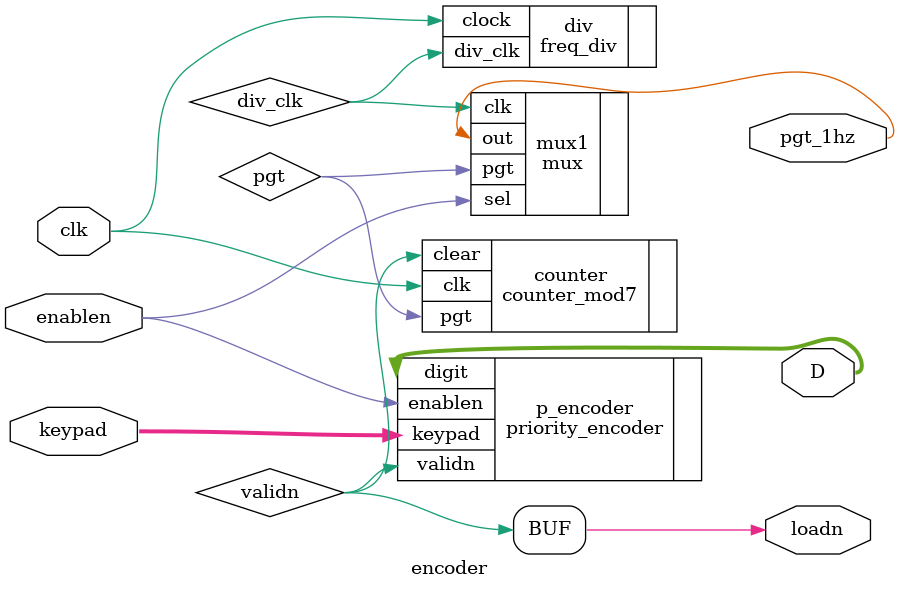
<source format=v>
module encoder(
    input [9:0] keypad,
    input clk, enablen,

    output wire [3:0] D,
    output wire pgt_1hz, loadn
);

    wire validn, div_clk, pgt;

    priority_encoder p_encoder (.keypad(keypad), .enablen(enablen), .digit(D), .validn(validn));

    freq_div div (.clock(clk), .div_clk(div_clk));

    counter_mod7 counter (.clk(clk), .clear(validn), .pgt(pgt));

    mux mux1 (.sel(enablen), .pgt(pgt), .clk(div_clk), .out(pgt_1hz));

    assign loadn = validn;

endmodule
</source>
